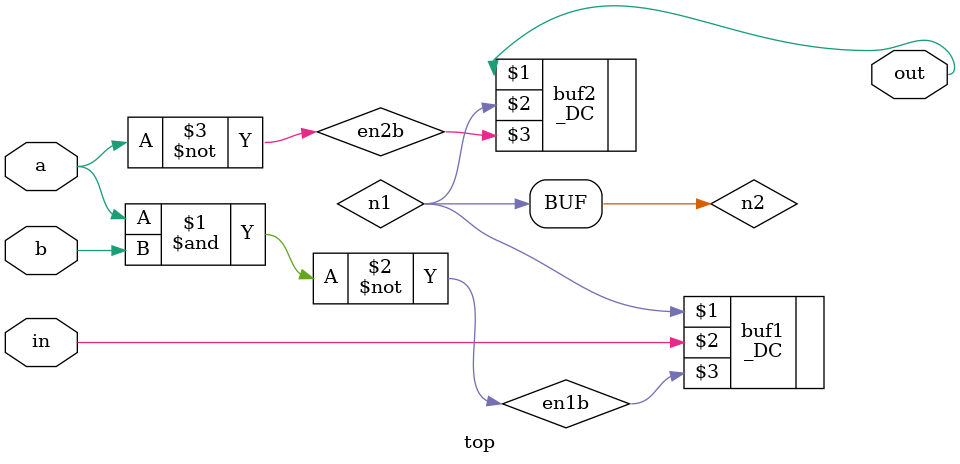
<source format=v>
module top(in, a, b, out);
input in, a, b;
output out;
wire n2, n1, en2b, en1b, out, b, a, in;
 nand en1b_ins(en1b, a, b);
 not en2b_ins(en2b, a);
 _DC buf1(n1, in, en1b);
 buf n2_ins(n2, n1);
 _DC buf2(out, n2, en2b);
endmodule

</source>
